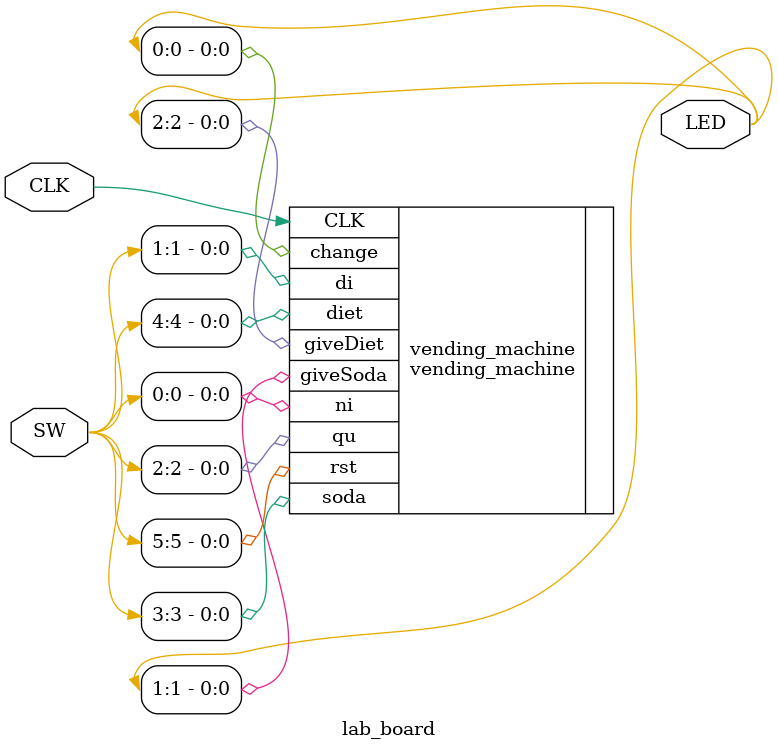
<source format=v>
`timescale 1ns / 1ps

module lab_board(LED, SW, CLK);

output [2:0] LED;
input [5:0] SW;
input CLK;

	vending_machine vending_machine(
		.ni(SW[0]), 
		.di(SW[1]), 
		.qu(SW[2]), 
		.soda(SW[3]), 
		.diet(SW[4]), 
		.change(LED[0]), 
		.CLK(CLK), 
		.rst(SW[5]), 
		.giveSoda(LED[1]), 
		.giveDiet(LED[2])
	);
	
endmodule

</source>
